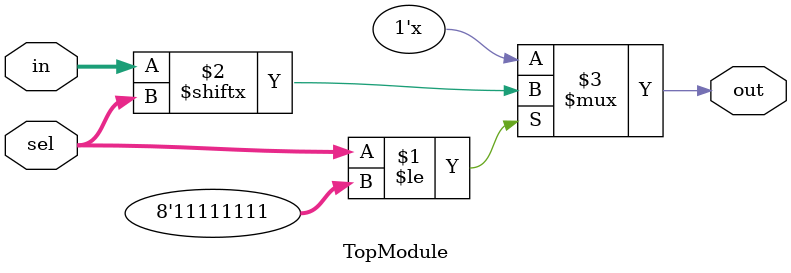
<source format=sv>
module TopModule (
    input  logic [255:0] in,  // 256-bit wide input vector
    input  logic [7:0]   sel, // 8-bit wide select line
    output logic         out   // 1-bit output
);
    assign out = (sel <= 8'd255) ? in[sel] : 1'bz; // Use high impedance for out if sel > 255
endmodule
</source>
